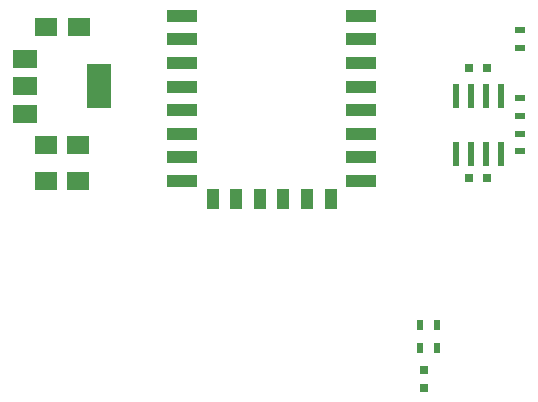
<source format=gbr>
G04 #@! TF.GenerationSoftware,KiCad,Pcbnew,6.0.0-rc1-unknown-59b0f55~66~ubuntu18.04.1*
G04 #@! TF.CreationDate,2018-12-02T19:59:02+01:00
G04 #@! TF.ProjectId,RoomUnit,526f6f6d-556e-4697-942e-6b696361645f,rev?*
G04 #@! TF.SameCoordinates,Original*
G04 #@! TF.FileFunction,Paste,Bot*
G04 #@! TF.FilePolarity,Positive*
%FSLAX46Y46*%
G04 Gerber Fmt 4.6, Leading zero omitted, Abs format (unit mm)*
G04 Created by KiCad (PCBNEW 6.0.0-rc1-unknown-59b0f55~66~ubuntu18.04.1) date So 02 Dez 2018 19:59:02 CET*
%MOMM*%
%LPD*%
G01*
G04 APERTURE LIST*
%ADD10R,0.600000X2.000000*%
%ADD11R,2.500000X1.000000*%
%ADD12R,1.000000X1.800000*%
%ADD13R,2.000000X3.800000*%
%ADD14R,2.000000X1.500000*%
%ADD15R,0.900000X0.500000*%
%ADD16R,0.500000X0.900000*%
%ADD17R,0.800000X0.750000*%
%ADD18R,0.750000X0.800000*%
%ADD19R,1.950000X1.500000*%
G04 APERTURE END LIST*
D10*
G04 #@! TO.C,U3*
X166865000Y-93700000D03*
X169405000Y-88800000D03*
X168135000Y-88800000D03*
X166865000Y-88800000D03*
X165595000Y-88800000D03*
X165595000Y-93700000D03*
X168135000Y-93700000D03*
X169405000Y-93700000D03*
G04 #@! TD*
D11*
G04 #@! TO.C,U2*
X157600000Y-82000000D03*
X157600000Y-84000000D03*
X157600000Y-86000000D03*
X157600000Y-88000000D03*
X157600000Y-90000000D03*
X157600000Y-92000000D03*
X157600000Y-94000000D03*
X157600000Y-96000000D03*
D12*
X155000000Y-97500000D03*
X153000000Y-97500000D03*
X151000000Y-97500000D03*
X149000000Y-97500000D03*
X147000000Y-97500000D03*
X145000000Y-97500000D03*
D11*
X142400000Y-96000000D03*
X142400000Y-94000000D03*
X142400000Y-92000000D03*
X142400000Y-90000000D03*
X142400000Y-88000000D03*
X142400000Y-86000000D03*
X142400000Y-84000000D03*
X142400000Y-82000000D03*
G04 #@! TD*
D13*
G04 #@! TO.C,U1*
X135389484Y-87992592D03*
D14*
X129089484Y-87992592D03*
X129089484Y-85692592D03*
X129089484Y-90292592D03*
G04 #@! TD*
D15*
G04 #@! TO.C,R11*
X171000000Y-90500000D03*
X171000000Y-89000000D03*
G04 #@! TD*
G04 #@! TO.C,R10*
X171000000Y-84750000D03*
X171000000Y-83250000D03*
G04 #@! TD*
G04 #@! TO.C,R4*
X171000000Y-93500000D03*
X171000000Y-92000000D03*
G04 #@! TD*
D16*
G04 #@! TO.C,R2*
X164029842Y-110149748D03*
X162529842Y-110149748D03*
G04 #@! TD*
G04 #@! TO.C,R1*
X162529842Y-108149748D03*
X164029842Y-108149748D03*
G04 #@! TD*
D17*
G04 #@! TO.C,C7*
X168250000Y-86400000D03*
X166750000Y-86400000D03*
G04 #@! TD*
G04 #@! TO.C,C6*
X166750000Y-95750000D03*
X168250000Y-95750000D03*
G04 #@! TD*
D18*
G04 #@! TO.C,C5*
X162879842Y-113499748D03*
X162879842Y-111999748D03*
G04 #@! TD*
D19*
G04 #@! TO.C,C4*
X133614484Y-95992592D03*
X130864484Y-95992592D03*
G04 #@! TD*
G04 #@! TO.C,C3*
X133614484Y-92992592D03*
X130864484Y-92992592D03*
G04 #@! TD*
G04 #@! TO.C,C1*
X130931793Y-82992592D03*
X133681793Y-82992592D03*
G04 #@! TD*
M02*

</source>
